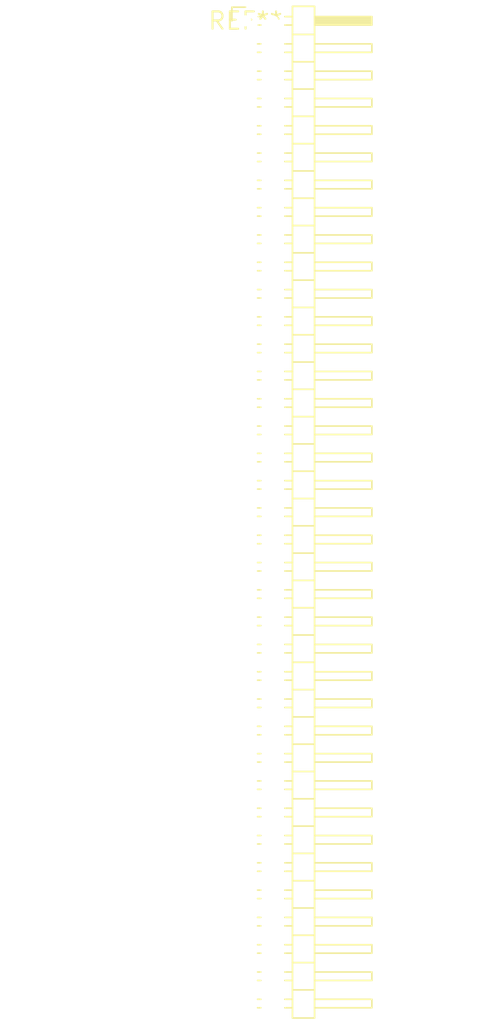
<source format=kicad_pcb>
(kicad_pcb (version 20240108) (generator pcbnew)
  (layers (0 "F.Cu" signal) (31 "B.Cu" signal) (34 "B.Paste" user) (35 "F.Paste" user) (36 "B.SilkS" user "B.Silkscreen") (37 "F.SilkS" user "F.Silkscreen") (38 "B.Mask" user) (39 "F.Mask" user) (44 "Edge.Cuts" user))
  (net 0 "")
  (footprint "PinHeader_2x37_P2.00mm_Horizontal" (layer "F.Cu") (at 0 0)
    (property "Reference" "REF**")
    (property "Value" "PinHeader_2x37_P2.00mm_Horizontal")
    (fp_line (start -1 -1) (end 0 -1) (layer "F.SilkS") (stroke (width 0.12)))
    (fp_line (start -1 0) (end -1 -1) (layer "F.SilkS") (stroke (width 0.12)))
    (fp_line (start 0.882114 1.69) (end 1.117886 1.69) (layer "F.SilkS") (stroke (width 0.12)))
    (fp_line (start 0.882114 2.31) (end 1.117886 2.31) (layer "F.SilkS") (stroke (width 0.12)))
    (fp_line (start 0.882114 3.69) (end 1.117886 3.69) (layer "F.SilkS") (stroke (width 0.12)))
    (fp_line (start 0.882114 4.31) (end 1.117886 4.31) (layer "F.SilkS") (stroke (width 0.12)))
    (fp_line (start 0.882114 5.69) (end 1.117886 5.69) (layer "F.SilkS") (stroke (width 0.12)))
    (fp_line (start 0.882114 6.31) (end 1.117886 6.31) (layer "F.SilkS") (stroke (width 0.12)))
    (fp_line (start 0.882114 7.69) (end 1.117886 7.69) (layer "F.SilkS") (stroke (width 0.12)))
    (fp_line (start 0.882114 8.31) (end 1.117886 8.31) (layer "F.SilkS") (stroke (width 0.12)))
    (fp_line (start 0.882114 9.69) (end 1.117886 9.69) (layer "F.SilkS") (stroke (width 0.12)))
    (fp_line (start 0.882114 10.31) (end 1.117886 10.31) (layer "F.SilkS") (stroke (width 0.12)))
    (fp_line (start 0.882114 11.69) (end 1.117886 11.69) (layer "F.SilkS") (stroke (width 0.12)))
    (fp_line (start 0.882114 12.31) (end 1.117886 12.31) (layer "F.SilkS") (stroke (width 0.12)))
    (fp_line (start 0.882114 13.69) (end 1.117886 13.69) (layer "F.SilkS") (stroke (width 0.12)))
    (fp_line (start 0.882114 14.31) (end 1.117886 14.31) (layer "F.SilkS") (stroke (width 0.12)))
    (fp_line (start 0.882114 15.69) (end 1.117886 15.69) (layer "F.SilkS") (stroke (width 0.12)))
    (fp_line (start 0.882114 16.31) (end 1.117886 16.31) (layer "F.SilkS") (stroke (width 0.12)))
    (fp_line (start 0.882114 17.69) (end 1.117886 17.69) (layer "F.SilkS") (stroke (width 0.12)))
    (fp_line (start 0.882114 18.31) (end 1.117886 18.31) (layer "F.SilkS") (stroke (width 0.12)))
    (fp_line (start 0.882114 19.69) (end 1.117886 19.69) (layer "F.SilkS") (stroke (width 0.12)))
    (fp_line (start 0.882114 20.31) (end 1.117886 20.31) (layer "F.SilkS") (stroke (width 0.12)))
    (fp_line (start 0.882114 21.69) (end 1.117886 21.69) (layer "F.SilkS") (stroke (width 0.12)))
    (fp_line (start 0.882114 22.31) (end 1.117886 22.31) (layer "F.SilkS") (stroke (width 0.12)))
    (fp_line (start 0.882114 23.69) (end 1.117886 23.69) (layer "F.SilkS") (stroke (width 0.12)))
    (fp_line (start 0.882114 24.31) (end 1.117886 24.31) (layer "F.SilkS") (stroke (width 0.12)))
    (fp_line (start 0.882114 25.69) (end 1.117886 25.69) (layer "F.SilkS") (stroke (width 0.12)))
    (fp_line (start 0.882114 26.31) (end 1.117886 26.31) (layer "F.SilkS") (stroke (width 0.12)))
    (fp_line (start 0.882114 27.69) (end 1.117886 27.69) (layer "F.SilkS") (stroke (width 0.12)))
    (fp_line (start 0.882114 28.31) (end 1.117886 28.31) (layer "F.SilkS") (stroke (width 0.12)))
    (fp_line (start 0.882114 29.69) (end 1.117886 29.69) (layer "F.SilkS") (stroke (width 0.12)))
    (fp_line (start 0.882114 30.31) (end 1.117886 30.31) (layer "F.SilkS") (stroke (width 0.12)))
    (fp_line (start 0.882114 31.69) (end 1.117886 31.69) (layer "F.SilkS") (stroke (width 0.12)))
    (fp_line (start 0.882114 32.31) (end 1.117886 32.31) (layer "F.SilkS") (stroke (width 0.12)))
    (fp_line (start 0.882114 33.69) (end 1.117886 33.69) (layer "F.SilkS") (stroke (width 0.12)))
    (fp_line (start 0.882114 34.31) (end 1.117886 34.31) (layer "F.SilkS") (stroke (width 0.12)))
    (fp_line (start 0.882114 35.69) (end 1.117886 35.69) (layer "F.SilkS") (stroke (width 0.12)))
    (fp_line (start 0.882114 36.31) (end 1.117886 36.31) (layer "F.SilkS") (stroke (width 0.12)))
    (fp_line (start 0.882114 37.69) (end 1.117886 37.69) (layer "F.SilkS") (stroke (width 0.12)))
    (fp_line (start 0.882114 38.31) (end 1.117886 38.31) (layer "F.SilkS") (stroke (width 0.12)))
    (fp_line (start 0.882114 39.69) (end 1.117886 39.69) (layer "F.SilkS") (stroke (width 0.12)))
    (fp_line (start 0.882114 40.31) (end 1.117886 40.31) (layer "F.SilkS") (stroke (width 0.12)))
    (fp_line (start 0.882114 41.69) (end 1.117886 41.69) (layer "F.SilkS") (stroke (width 0.12)))
    (fp_line (start 0.882114 42.31) (end 1.117886 42.31) (layer "F.SilkS") (stroke (width 0.12)))
    (fp_line (start 0.882114 43.69) (end 1.117886 43.69) (layer "F.SilkS") (stroke (width 0.12)))
    (fp_line (start 0.882114 44.31) (end 1.117886 44.31) (layer "F.SilkS") (stroke (width 0.12)))
    (fp_line (start 0.882114 45.69) (end 1.117886 45.69) (layer "F.SilkS") (stroke (width 0.12)))
    (fp_line (start 0.882114 46.31) (end 1.117886 46.31) (layer "F.SilkS") (stroke (width 0.12)))
    (fp_line (start 0.882114 47.69) (end 1.117886 47.69) (layer "F.SilkS") (stroke (width 0.12)))
    (fp_line (start 0.882114 48.31) (end 1.117886 48.31) (layer "F.SilkS") (stroke (width 0.12)))
    (fp_line (start 0.882114 49.69) (end 1.117886 49.69) (layer "F.SilkS") (stroke (width 0.12)))
    (fp_line (start 0.882114 50.31) (end 1.117886 50.31) (layer "F.SilkS") (stroke (width 0.12)))
    (fp_line (start 0.882114 51.69) (end 1.117886 51.69) (layer "F.SilkS") (stroke (width 0.12)))
    (fp_line (start 0.882114 52.31) (end 1.117886 52.31) (layer "F.SilkS") (stroke (width 0.12)))
    (fp_line (start 0.882114 53.69) (end 1.117886 53.69) (layer "F.SilkS") (stroke (width 0.12)))
    (fp_line (start 0.882114 54.31) (end 1.117886 54.31) (layer "F.SilkS") (stroke (width 0.12)))
    (fp_line (start 0.882114 55.69) (end 1.117886 55.69) (layer "F.SilkS") (stroke (width 0.12)))
    (fp_line (start 0.882114 56.31) (end 1.117886 56.31) (layer "F.SilkS") (stroke (width 0.12)))
    (fp_line (start 0.882114 57.69) (end 1.117886 57.69) (layer "F.SilkS") (stroke (width 0.12)))
    (fp_line (start 0.882114 58.31) (end 1.117886 58.31) (layer "F.SilkS") (stroke (width 0.12)))
    (fp_line (start 0.882114 59.69) (end 1.117886 59.69) (layer "F.SilkS") (stroke (width 0.12)))
    (fp_line (start 0.882114 60.31) (end 1.117886 60.31) (layer "F.SilkS") (stroke (width 0.12)))
    (fp_line (start 0.882114 61.69) (end 1.117886 61.69) (layer "F.SilkS") (stroke (width 0.12)))
    (fp_line (start 0.882114 62.31) (end 1.117886 62.31) (layer "F.SilkS") (stroke (width 0.12)))
    (fp_line (start 0.882114 63.69) (end 1.117886 63.69) (layer "F.SilkS") (stroke (width 0.12)))
    (fp_line (start 0.882114 64.31) (end 1.117886 64.31) (layer "F.SilkS") (stroke (width 0.12)))
    (fp_line (start 0.882114 65.69) (end 1.117886 65.69) (layer "F.SilkS") (stroke (width 0.12)))
    (fp_line (start 0.882114 66.31) (end 1.117886 66.31) (layer "F.SilkS") (stroke (width 0.12)))
    (fp_line (start 0.882114 67.69) (end 1.117886 67.69) (layer "F.SilkS") (stroke (width 0.12)))
    (fp_line (start 0.882114 68.31) (end 1.117886 68.31) (layer "F.SilkS") (stroke (width 0.12)))
    (fp_line (start 0.882114 69.69) (end 1.117886 69.69) (layer "F.SilkS") (stroke (width 0.12)))
    (fp_line (start 0.882114 70.31) (end 1.117886 70.31) (layer "F.SilkS") (stroke (width 0.12)))
    (fp_line (start 0.882114 71.69) (end 1.117886 71.69) (layer "F.SilkS") (stroke (width 0.12)))
    (fp_line (start 0.882114 72.31) (end 1.117886 72.31) (layer "F.SilkS") (stroke (width 0.12)))
    (fp_line (start 0.935 -0.31) (end 1.117886 -0.31) (layer "F.SilkS") (stroke (width 0.12)))
    (fp_line (start 0.935 0.31) (end 1.117886 0.31) (layer "F.SilkS") (stroke (width 0.12)))
    (fp_line (start 2.882114 -0.31) (end 3.44 -0.31) (layer "F.SilkS") (stroke (width 0.12)))
    (fp_line (start 2.882114 0.31) (end 3.44 0.31) (layer "F.SilkS") (stroke (width 0.12)))
    (fp_line (start 2.882114 1.69) (end 3.44 1.69) (layer "F.SilkS") (stroke (width 0.12)))
    (fp_line (start 2.882114 2.31) (end 3.44 2.31) (layer "F.SilkS") (stroke (width 0.12)))
    (fp_line (start 2.882114 3.69) (end 3.44 3.69) (layer "F.SilkS") (stroke (width 0.12)))
    (fp_line (start 2.882114 4.31) (end 3.44 4.31) (layer "F.SilkS") (stroke (width 0.12)))
    (fp_line (start 2.882114 5.69) (end 3.44 5.69) (layer "F.SilkS") (stroke (width 0.12)))
    (fp_line (start 2.882114 6.31) (end 3.44 6.31) (layer "F.SilkS") (stroke (width 0.12)))
    (fp_line (start 2.882114 7.69) (end 3.44 7.69) (layer "F.SilkS") (stroke (width 0.12)))
    (fp_line (start 2.882114 8.31) (end 3.44 8.31) (layer "F.SilkS") (stroke (width 0.12)))
    (fp_line (start 2.882114 9.69) (end 3.44 9.69) (layer "F.SilkS") (stroke (width 0.12)))
    (fp_line (start 2.882114 10.31) (end 3.44 10.31) (layer "F.SilkS") (stroke (width 0.12)))
    (fp_line (start 2.882114 11.69) (end 3.44 11.69) (layer "F.SilkS") (stroke (width 0.12)))
    (fp_line (start 2.882114 12.31) (end 3.44 12.31) (layer "F.SilkS") (stroke (width 0.12)))
    (fp_line (start 2.882114 13.69) (end 3.44 13.69) (layer "F.SilkS") (stroke (width 0.12)))
    (fp_line (start 2.882114 14.31) (end 3.44 14.31) (layer "F.SilkS") (stroke (width 0.12)))
    (fp_line (start 2.882114 15.69) (end 3.44 15.69) (layer "F.SilkS") (stroke (width 0.12)))
    (fp_line (start 2.882114 16.31) (end 3.44 16.31) (layer "F.SilkS") (stroke (width 0.12)))
    (fp_line (start 2.882114 17.69) (end 3.44 17.69) (layer "F.SilkS") (stroke (width 0.12)))
    (fp_line (start 2.882114 18.31) (end 3.44 18.31) (layer "F.SilkS") (stroke (width 0.12)))
    (fp_line (start 2.882114 19.69) (end 3.44 19.69) (layer "F.SilkS") (stroke (width 0.12)))
    (fp_line (start 2.882114 20.31) (end 3.44 20.31) (layer "F.SilkS") (stroke (width 0.12)))
    (fp_line (start 2.882114 21.69) (end 3.44 21.69) (layer "F.SilkS") (stroke (width 0.12)))
    (fp_line (start 2.882114 22.31) (end 3.44 22.31) (layer "F.SilkS") (stroke (width 0.12)))
    (fp_line (start 2.882114 23.69) (end 3.44 23.69) (layer "F.SilkS") (stroke (width 0.12)))
    (fp_line (start 2.882114 24.31) (end 3.44 24.31) (layer "F.SilkS") (stroke (width 0.12)))
    (fp_line (start 2.882114 25.69) (end 3.44 25.69) (layer "F.SilkS") (stroke (width 0.12)))
    (fp_line (start 2.882114 26.31) (end 3.44 26.31) (layer "F.SilkS") (stroke (width 0.12)))
    (fp_line (start 2.882114 27.69) (end 3.44 27.69) (layer "F.SilkS") (stroke (width 0.12)))
    (fp_line (start 2.882114 28.31) (end 3.44 28.31) (layer "F.SilkS") (stroke (width 0.12)))
    (fp_line (start 2.882114 29.69) (end 3.44 29.69) (layer "F.SilkS") (stroke (width 0.12)))
    (fp_line (start 2.882114 30.31) (end 3.44 30.31) (layer "F.SilkS") (stroke (width 0.12)))
    (fp_line (start 2.882114 31.69) (end 3.44 31.69) (layer "F.SilkS") (stroke (width 0.12)))
    (fp_line (start 2.882114 32.31) (end 3.44 32.31) (layer "F.SilkS") (stroke (width 0.12)))
    (fp_line (start 2.882114 33.69) (end 3.44 33.69) (layer "F.SilkS") (stroke (width 0.12)))
    (fp_line (start 2.882114 34.31) (end 3.44 34.31) (layer "F.SilkS") (stroke (width 0.12)))
    (fp_line (start 2.882114 35.69) (end 3.44 35.69) (layer "F.SilkS") (stroke (width 0.12)))
    (fp_line (start 2.882114 36.31) (end 3.44 36.31) (layer "F.SilkS") (stroke (width 0.12)))
    (fp_line (start 2.882114 37.69) (end 3.44 37.69) (layer "F.SilkS") (stroke (width 0.12)))
    (fp_line (start 2.882114 38.31) (end 3.44 38.31) (layer "F.SilkS") (stroke (width 0.12)))
    (fp_line (start 2.882114 39.69) (end 3.44 39.69) (layer "F.SilkS") (stroke (width 0.12)))
    (fp_line (start 2.882114 40.31) (end 3.44 40.31) (layer "F.SilkS") (stroke (width 0.12)))
    (fp_line (start 2.882114 41.69) (end 3.44 41.69) (layer "F.SilkS") (stroke (width 0.12)))
    (fp_line (start 2.882114 42.31) (end 3.44 42.31) (layer "F.SilkS") (stroke (width 0.12)))
    (fp_line (start 2.882114 43.69) (end 3.44 43.69) (layer "F.SilkS") (stroke (width 0.12)))
    (fp_line (start 2.882114 44.31) (end 3.44 44.31) (layer "F.SilkS") (stroke (width 0.12)))
    (fp_line (start 2.882114 45.69) (end 3.44 45.69) (layer "F.SilkS") (stroke (width 0.12)))
    (fp_line (start 2.882114 46.31) (end 3.44 46.31) (layer "F.SilkS") (stroke (width 0.12)))
    (fp_line (start 2.882114 47.69) (end 3.44 47.69) (layer "F.SilkS") (stroke (width 0.12)))
    (fp_line (start 2.882114 48.31) (end 3.44 48.31) (layer "F.SilkS") (stroke (width 0.12)))
    (fp_line (start 2.882114 49.69) (end 3.44 49.69) (layer "F.SilkS") (stroke (width 0.12)))
    (fp_line (start 2.882114 50.31) (end 3.44 50.31) (layer "F.SilkS") (stroke (width 0.12)))
    (fp_line (start 2.882114 51.69) (end 3.44 51.69) (layer "F.SilkS") (stroke (width 0.12)))
    (fp_line (start 2.882114 52.31) (end 3.44 52.31) (layer "F.SilkS") (stroke (width 0.12)))
    (fp_line (start 2.882114 53.69) (end 3.44 53.69) (layer "F.SilkS") (stroke (width 0.12)))
    (fp_line (start 2.882114 54.31) (end 3.44 54.31) (layer "F.SilkS") (stroke (width 0.12)))
    (fp_line (start 2.882114 55.69) (end 3.44 55.69) (layer "F.SilkS") (stroke (width 0.12)))
    (fp_line (start 2.882114 56.31) (end 3.44 56.31) (layer "F.SilkS") (stroke (width 0.12)))
    (fp_line (start 2.882114 57.69) (end 3.44 57.69) (layer "F.SilkS") (stroke (width 0.12)))
    (fp_line (start 2.882114 58.31) (end 3.44 58.31) (layer "F.SilkS") (stroke (width 0.12)))
    (fp_line (start 2.882114 59.69) (end 3.44 59.69) (layer "F.SilkS") (stroke (width 0.12)))
    (fp_line (start 2.882114 60.31) (end 3.44 60.31) (layer "F.SilkS") (stroke (width 0.12)))
    (fp_line (start 2.882114 61.69) (end 3.44 61.69) (layer "F.SilkS") (stroke (width 0.12)))
    (fp_line (start 2.882114 62.31) (end 3.44 62.31) (layer "F.SilkS") (stroke (width 0.12)))
    (fp_line (start 2.882114 63.69) (end 3.44 63.69) (layer "F.SilkS") (stroke (width 0.12)))
    (fp_line (start 2.882114 64.31) (end 3.44 64.31) (layer "F.SilkS") (stroke (width 0.12)))
    (fp_line (start 2.882114 65.69) (end 3.44 65.69) (layer "F.SilkS") (stroke (width 0.12)))
    (fp_line (start 2.882114 66.31) (end 3.44 66.31) (layer "F.SilkS") (stroke (width 0.12)))
    (fp_line (start 2.882114 67.69) (end 3.44 67.69) (layer "F.SilkS") (stroke (width 0.12)))
    (fp_line (start 2.882114 68.31) (end 3.44 68.31) (layer "F.SilkS") (stroke (width 0.12)))
    (fp_line (start 2.882114 69.69) (end 3.44 69.69) (layer "F.SilkS") (stroke (width 0.12)))
    (fp_line (start 2.882114 70.31) (end 3.44 70.31) (layer "F.SilkS") (stroke (width 0.12)))
    (fp_line (start 2.882114 71.69) (end 3.44 71.69) (layer "F.SilkS") (stroke (width 0.12)))
    (fp_line (start 2.882114 72.31) (end 3.44 72.31) (layer "F.SilkS") (stroke (width 0.12)))
    (fp_line (start 3.44 -1.06) (end 3.44 73.06) (layer "F.SilkS") (stroke (width 0.12)))
    (fp_line (start 3.44 1) (end 5.06 1) (layer "F.SilkS") (stroke (width 0.12)))
    (fp_line (start 3.44 3) (end 5.06 3) (layer "F.SilkS") (stroke (width 0.12)))
    (fp_line (start 3.44 5) (end 5.06 5) (layer "F.SilkS") (stroke (width 0.12)))
    (fp_line (start 3.44 7) (end 5.06 7) (layer "F.SilkS") (stroke (width 0.12)))
    (fp_line (start 3.44 9) (end 5.06 9) (layer "F.SilkS") (stroke (width 0.12)))
    (fp_line (start 3.44 11) (end 5.06 11) (layer "F.SilkS") (stroke (width 0.12)))
    (fp_line (start 3.44 13) (end 5.06 13) (layer "F.SilkS") (stroke (width 0.12)))
    (fp_line (start 3.44 15) (end 5.06 15) (layer "F.SilkS") (stroke (width 0.12)))
    (fp_line (start 3.44 17) (end 5.06 17) (layer "F.SilkS") (stroke (width 0.12)))
    (fp_line (start 3.44 19) (end 5.06 19) (layer "F.SilkS") (stroke (width 0.12)))
    (fp_line (start 3.44 21) (end 5.06 21) (layer "F.SilkS") (stroke (width 0.12)))
    (fp_line (start 3.44 23) (end 5.06 23) (layer "F.SilkS") (stroke (width 0.12)))
    (fp_line (start 3.44 25) (end 5.06 25) (layer "F.SilkS") (stroke (width 0.12)))
    (fp_line (start 3.44 27) (end 5.06 27) (layer "F.SilkS") (stroke (width 0.12)))
    (fp_line (start 3.44 29) (end 5.06 29) (layer "F.SilkS") (stroke (width 0.12)))
    (fp_line (start 3.44 31) (end 5.06 31) (layer "F.SilkS") (stroke (width 0.12)))
    (fp_line (start 3.44 33) (end 5.06 33) (layer "F.SilkS") (stroke (width 0.12)))
    (fp_line (start 3.44 35) (end 5.06 35) (layer "F.SilkS") (stroke (width 0.12)))
    (fp_line (start 3.44 37) (end 5.06 37) (layer "F.SilkS") (stroke (width 0.12)))
    (fp_line (start 3.44 39) (end 5.06 39) (layer "F.SilkS") (stroke (width 0.12)))
    (fp_line (start 3.44 41) (end 5.06 41) (layer "F.SilkS") (stroke (width 0.12)))
    (fp_line (start 3.44 43) (end 5.06 43) (layer "F.SilkS") (stroke (width 0.12)))
    (fp_line (start 3.44 45) (end 5.06 45) (layer "F.SilkS") (stroke (width 0.12)))
    (fp_line (start 3.44 47) (end 5.06 47) (layer "F.SilkS") (stroke (width 0.12)))
    (fp_line (start 3.44 49) (end 5.06 49) (layer "F.SilkS") (stroke (width 0.12)))
    (fp_line (start 3.44 51) (end 5.06 51) (layer "F.SilkS") (stroke (width 0.12)))
    (fp_line (start 3.44 53) (end 5.06 53) (layer "F.SilkS") (stroke (width 0.12)))
    (fp_line (start 3.44 55) (end 5.06 55) (layer "F.SilkS") (stroke (width 0.12)))
    (fp_line (start 3.44 57) (end 5.06 57) (layer "F.SilkS") (stroke (width 0.12)))
    (fp_line (start 3.44 59) (end 5.06 59) (layer "F.SilkS") (stroke (width 0.12)))
    (fp_line (start 3.44 61) (end 5.06 61) (layer "F.SilkS") (stroke (width 0.12)))
    (fp_line (start 3.44 63) (end 5.06 63) (layer "F.SilkS") (stroke (width 0.12)))
    (fp_line (start 3.44 65) (end 5.06 65) (layer "F.SilkS") (stroke (width 0.12)))
    (fp_line (start 3.44 67) (end 5.06 67) (layer "F.SilkS") (stroke (width 0.12)))
    (fp_line (start 3.44 69) (end 5.06 69) (layer "F.SilkS") (stroke (width 0.12)))
    (fp_line (start 3.44 71) (end 5.06 71) (layer "F.SilkS") (stroke (width 0.12)))
    (fp_line (start 3.44 73.06) (end 5.06 73.06) (layer "F.SilkS") (stroke (width 0.12)))
    (fp_line (start 5.06 -1.06) (end 3.44 -1.06) (layer "F.SilkS") (stroke (width 0.12)))
    (fp_line (start 5.06 -0.31) (end 9.26 -0.31) (layer "F.SilkS") (stroke (width 0.12)))
    (fp_line (start 5.06 -0.25) (end 9.26 -0.25) (layer "F.SilkS") (stroke (width 0.12)))
    (fp_line (start 5.06 -0.13) (end 9.26 -0.13) (layer "F.SilkS") (stroke (width 0.12)))
    (fp_line (start 5.06 -0.01) (end 9.26 -0.01) (layer "F.SilkS") (stroke (width 0.12)))
    (fp_line (start 5.06 0.11) (end 9.26 0.11) (layer "F.SilkS") (stroke (width 0.12)))
    (fp_line (start 5.06 0.23) (end 9.26 0.23) (layer "F.SilkS") (stroke (width 0.12)))
    (fp_line (start 5.06 1.69) (end 9.26 1.69) (layer "F.SilkS") (stroke (width 0.12)))
    (fp_line (start 5.06 3.69) (end 9.26 3.69) (layer "F.SilkS") (stroke (width 0.12)))
    (fp_line (start 5.06 5.69) (end 9.26 5.69) (layer "F.SilkS") (stroke (width 0.12)))
    (fp_line (start 5.06 7.69) (end 9.26 7.69) (layer "F.SilkS") (stroke (width 0.12)))
    (fp_line (start 5.06 9.69) (end 9.26 9.69) (layer "F.SilkS") (stroke (width 0.12)))
    (fp_line (start 5.06 11.69) (end 9.26 11.69) (layer "F.SilkS") (stroke (width 0.12)))
    (fp_line (start 5.06 13.69) (end 9.26 13.69) (layer "F.SilkS") (stroke (width 0.12)))
    (fp_line (start 5.06 15.69) (end 9.26 15.69) (layer "F.SilkS") (stroke (width 0.12)))
    (fp_line (start 5.06 17.69) (end 9.26 17.69) (layer "F.SilkS") (stroke (width 0.12)))
    (fp_line (start 5.06 19.69) (end 9.26 19.69) (layer "F.SilkS") (stroke (width 0.12)))
    (fp_line (start 5.06 21.69) (end 9.26 21.69) (layer "F.SilkS") (stroke (width 0.12)))
    (fp_line (start 5.06 23.69) (end 9.26 23.69) (layer "F.SilkS") (stroke (width 0.12)))
    (fp_line (start 5.06 25.69) (end 9.26 25.69) (layer "F.SilkS") (stroke (width 0.12)))
    (fp_line (start 5.06 27.69) (end 9.26 27.69) (layer "F.SilkS") (stroke (width 0.12)))
    (fp_line (start 5.06 29.69) (end 9.26 29.69) (layer "F.SilkS") (stroke (width 0.12)))
    (fp_line (start 5.06 31.69) (end 9.26 31.69) (layer "F.SilkS") (stroke (width 0.12)))
    (fp_line (start 5.06 33.69) (end 9.26 33.69) (layer "F.SilkS") (stroke (width 0.12)))
    (fp_line (start 5.06 35.69) (end 9.26 35.69) (layer "F.SilkS") (stroke (width 0.12)))
    (fp_line (start 5.06 37.69) (end 9.26 37.69) (layer "F.SilkS") (stroke (width 0.12)))
    (fp_line (start 5.06 39.69) (end 9.26 39.69) (layer "F.SilkS") (stroke (width 0.12)))
    (fp_line (start 5.06 41.69) (end 9.26 41.69) (layer "F.SilkS") (stroke (width 0.12)))
    (fp_line (start 5.06 43.69) (end 9.26 43.69) (layer "F.SilkS") (stroke (width 0.12)))
    (fp_line (start 5.06 45.69) (end 9.26 45.69) (layer "F.SilkS") (stroke (width 0.12)))
    (fp_line (start 5.06 47.69) (end 9.26 47.69) (layer "F.SilkS") (stroke (width 0.12)))
    (fp_line (start 5.06 49.69) (end 9.26 49.69) (layer "F.SilkS") (stroke (width 0.12)))
    (fp_line (start 5.06 51.69) (end 9.26 51.69) (layer "F.SilkS") (stroke (width 0.12)))
    (fp_line (start 5.06 53.69) (end 9.26 53.69) (layer "F.SilkS") (stroke (width 0.12)))
    (fp_line (start 5.06 55.69) (end 9.26 55.69) (layer "F.SilkS") (stroke (width 0.12)))
    (fp_line (start 5.06 57.69) (end 9.26 57.69) (layer "F.SilkS") (stroke (width 0.12)))
    (fp_line (start 5.06 59.69) (end 9.26 59.69) (layer "F.SilkS") (stroke (width 0.12)))
    (fp_line (start 5.06 61.69) (end 9.26 61.69) (layer "F.SilkS") (stroke (width 0.12)))
    (fp_line (start 5.06 63.69) (end 9.26 63.69) (layer "F.SilkS") (stroke (width 0.12)))
    (fp_line (start 5.06 65.69) (end 9.26 65.69) (layer "F.SilkS") (stroke (width 0.12)))
    (fp_line (start 5.06 67.69) (end 9.26 67.69) (layer "F.SilkS") (stroke (width 0.12)))
    (fp_line (start 5.06 69.69) (end 9.26 69.69) (layer "F.SilkS") (stroke (width 0.12)))
    (fp_line (start 5.06 71.69) (end 9.26 71.69) (layer "F.SilkS") (stroke (width 0.12)))
    (fp_line (start 5.06 73.06) (end 5.06 -1.06) (layer "F.SilkS") (stroke (width 0.12)))
    (fp_line (start 9.26 -0.31) (end 9.26 0.31) (layer "F.SilkS") (stroke (width 0.12)))
    (fp_line (start 9.26 0.31) (end 5.06 0.31) (layer "F.SilkS") (stroke (width 0.12)))
    (fp_line (start 9.26 1.69) (end 9.26 2.31) (layer "F.SilkS") (stroke (width 0.12)))
    (fp_line (start 9.26 2.31) (end 5.06 2.31) (layer "F.SilkS") (stroke (width 0.12)))
    (fp_line (start 9.26 3.69) (end 9.26 4.31) (layer "F.SilkS") (stroke (width 0.12)))
    (fp_line (start 9.26 4.31) (end 5.06 4.31) (layer "F.SilkS") (stroke (width 0.12)))
    (fp_line (start 9.26 5.69) (end 9.26 6.31) (layer "F.SilkS") (stroke (width 0.12)))
    (fp_line (start 9.26 6.31) (end 5.06 6.31) (layer "F.SilkS") (stroke (width 0.12)))
    (fp_line (start 9.26 7.69) (end 9.26 8.31) (layer "F.SilkS") (stroke (width 0.12)))
    (fp_line (start 9.26 8.31) (end 5.06 8.31) (layer "F.SilkS") (stroke (width 0.12)))
    (fp_line (start 9.26 9.69) (end 9.26 10.31) (layer "F.SilkS") (stroke (width 0.12)))
    (fp_line (start 9.26 10.31) (end 5.06 10.31) (layer "F.SilkS") (stroke (width 0.12)))
    (fp_line (start 9.26 11.69) (end 9.26 12.31) (layer "F.SilkS") (stroke (width 0.12)))
    (fp_line (start 9.26 12.31) (end 5.06 12.31) (layer "F.SilkS") (stroke (width 0.12)))
    (fp_line (start 9.26 13.69) (end 9.26 14.31) (layer "F.SilkS") (stroke (width 0.12)))
    (fp_line (start 9.26 14.31) (end 5.06 14.31) (layer "F.SilkS") (stroke (width 0.12)))
    (fp_line (start 9.26 15.69) (end 9.26 16.31) (layer "F.SilkS") (stroke (width 0.12)))
    (fp_line (start 9.26 16.31) (end 5.06 16.31) (layer "F.SilkS") (stroke (width 0.12)))
    (fp_line (start 9.26 17.69) (end 9.26 18.31) (layer "F.SilkS") (stroke (width 0.12)))
    (fp_line (start 9.26 18.31) (end 5.06 18.31) (layer "F.SilkS") (stroke (width 0.12)))
    (fp_line (start 9.26 19.69) (end 9.26 20.31) (layer "F.SilkS") (stroke (width 0.12)))
    (fp_line (start 9.26 20.31) (end 5.06 20.31) (layer "F.SilkS") (stroke (width 0.12)))
    (fp_line (start 9.26 21.69) (end 9.26 22.31) (layer "F.SilkS") (stroke (width 0.12)))
    (fp_line (start 9.26 22.31) (end 5.06 22.31) (layer "F.SilkS") (stroke (width 0.12)))
    (fp_line (start 9.26 23.69) (end 9.26 24.31) (layer "F.SilkS") (stroke (width 0.12)))
    (fp_line (start 9.26 24.31) (end 5.06 24.31) (layer "F.SilkS") (stroke (width 0.12)))
    (fp_line (start 9.26 25.69) (end 9.26 26.31) (layer "F.SilkS") (stroke (width 0.12)))
    (fp_line (start 9.26 26.31) (end 5.06 26.31) (layer "F.SilkS") (stroke (width 0.12)))
    (fp_line (start 9.26 27.69) (end 9.26 28.31) (layer "F.SilkS") (stroke (width 0.12)))
    (fp_line (start 9.26 28.31) (end 5.06 28.31) (layer "F.SilkS") (stroke (width 0.12)))
    (fp_line (start 9.26 29.69) (end 9.26 30.31) (layer "F.SilkS") (stroke (width 0.12)))
    (fp_line (start 9.26 30.31) (end 5.06 30.31) (layer "F.SilkS") (stroke (width 0.12)))
    (fp_line (start 9.26 31.69) (end 9.26 32.31) (layer "F.SilkS") (stroke (width 0.12)))
    (fp_line (start 9.26 32.31) (end 5.06 32.31) (layer "F.SilkS") (stroke (width 0.12)))
    (fp_line (start 9.26 33.69) (end 9.26 34.31) (layer "F.SilkS") (stroke (width 0.12)))
    (fp_line (start 9.26 34.31) (end 5.06 34.31) (layer "F.SilkS") (stroke (width 0.12)))
    (fp_line (start 9.26 35.69) (end 9.26 36.31) (layer "F.SilkS") (stroke (width 0.12)))
    (fp_line (start 9.26 36.31) (end 5.06 36.31) (layer "F.SilkS") (stroke (width 0.12)))
    (fp_line (start 9.26 37.69) (end 9.26 38.31) (layer "F.SilkS") (stroke (width 0.12)))
    (fp_line (start 9.26 38.31) (end 5.06 38.31) (layer "F.SilkS") (stroke (width 0.12)))
    (fp_line (start 9.26 39.69) (end 9.26 40.31) (layer "F.SilkS") (stroke (width 0.12)))
    (fp_line (start 9.26 40.31) (end 5.06 40.31) (layer "F.SilkS") (stroke (width 0.12)))
    (fp_line (start 9.26 41.69) (end 9.26 42.31) (layer "F.SilkS") (stroke (width 0.12)))
    (fp_line (start 9.26 42.31) (end 5.06 42.31) (layer "F.SilkS") (stroke (width 0.12)))
    (fp_line (start 9.26 43.69) (end 9.26 44.31) (layer "F.SilkS") (stroke (width 0.12)))
    (fp_line (start 9.26 44.31) (end 5.06 44.31) (layer "F.SilkS") (stroke (width 0.12)))
    (fp_line (start 9.26 45.69) (end 9.26 46.31) (layer "F.SilkS") (stroke (width 0.12)))
    (fp_line (start 9.26 46.31) (end 5.06 46.31) (layer "F.SilkS") (stroke (width 0.12)))
    (fp_line (start 9.26 47.69) (end 9.26 48.31) (layer "F.SilkS") (stroke (width 0.12)))
    (fp_line (start 9.26 48.31) (end 5.06 48.31) (layer "F.SilkS") (stroke (width 0.12)))
    (fp_line (start 9.26 49.69) (end 9.26 50.31) (layer "F.SilkS") (stroke (width 0.12)))
    (fp_line (start 9.26 50.31) (end 5.06 50.31) (layer "F.SilkS") (stroke (width 0.12)))
    (fp_line (start 9.26 51.69) (end 9.26 52.31) (layer "F.SilkS") (stroke (width 0.12)))
    (fp_line (start 9.26 52.31) (end 5.06 52.31) (layer "F.SilkS") (stroke (width 0.12)))
    (fp_line (start 9.26 53.69) (end 9.26 54.31) (layer "F.SilkS") (stroke (width 0.12)))
    (fp_line (start 9.26 54.31) (end 5.06 54.31) (layer "F.SilkS") (stroke (width 0.12)))
    (fp_line (start 9.26 55.69) (end 9.26 56.31) (layer "F.SilkS") (stroke (width 0.12)))
    (fp_line (start 9.26 56.31) (end 5.06 56.31) (layer "F.SilkS") (stroke (width 0.12)))
    (fp_line (start 9.26 57.69) (end 9.26 58.31) (layer "F.SilkS") (stroke (width 0.12)))
    (fp_line (start 9.26 58.31) (end 5.06 58.31) (layer "F.SilkS") (stroke (width 0.12)))
    (fp_line (start 9.26 59.69) (end 9.26 60.31) (layer "F.SilkS") (stroke (width 0.12)))
    (fp_line (start 9.26 60.31) (end 5.06 60.31) (layer "F.SilkS") (stroke (width 0.12)))
    (fp_line (start 9.26 61.69) (end 9.26 62.31) (layer "F.SilkS") (stroke (width 0.12)))
    (fp_line (start 9.26 62.31) (end 5.06 62.31) (layer "F.SilkS") (stroke (width 0.12)))
    (fp_line (start 9.26 63.69) (end 9.26 64.31) (layer "F.SilkS") (stroke (width 0.12)))
    (fp_line (start 9.26 64.31) (end 5.06 64.31) (layer "F.SilkS") (stroke (width 0.12)))
    (fp_line (start 9.26 65.69) (end 9.26 66.31) (layer "F.SilkS") (stroke (width 0.12)))
    (fp_line (start 9.26 66.31) (end 5.06 66.31) (layer "F.SilkS") (stroke (width 0.12)))
    (fp_line (start 9.26 67.69) (end 9.26 68.31) (layer "F.SilkS") (stroke (width 0.12)))
    (fp_line (start 9.26 68.31) (end 5.06 68.31) (layer "F.SilkS") (stroke (width 0.12)))
    (fp_line (start 9.26 69.69) (end 9.26 70.31) (layer "F.SilkS") (stroke (width 0.12)))
    (fp_line (start 9.26 70.31) (end 5.06 70.31) (layer "F.SilkS") (stroke (width 0.12)))
    (fp_line (start 9.26 71.69) (end 9.26 72.31) (layer "F.SilkS") (stroke (width 0.12)))
    (fp_line (start 9.26 72.31) (end 5.06 72.31) (layer "F.SilkS") (stroke (width 0.12)))
    (pad "1" thru_hole rect (at 0 0) (size 1.35 1.35) (drill 0.8) (layers *.Cu *.Mask) (remove_unused_layers))
    (pad "2" thru_hole oval (at 2 0) (size 1.35 1.35) (drill 0.8) (layers *.Cu *.Mask) (remove_unused_layers))
    (pad "3" thru_hole oval (at 0 2) (size 1.35 1.35) (drill 0.8) (layers *.Cu *.Mask) (remove_unused_layers))
    (pad "4" thru_hole oval (at 2 2) (size 1.35 1.35) (drill 0.8) (layers *.Cu *.Mask) (remove_unused_layers))
    (pad "5" thru_hole oval (at 0 4) (size 1.35 1.35) (drill 0.8) (layers *.Cu *.Mask) (remove_unused_layers))
    (pad "6" thru_hole oval (at 2 4) (size 1.35 1.35) (drill 0.8) (layers *.Cu *.Mask) (remove_unused_layers))
    (pad "7" thru_hole oval (at 0 6) (size 1.35 1.35) (drill 0.8) (layers *.Cu *.Mask) (remove_unused_layers))
    (pad "8" thru_hole oval (at 2 6) (size 1.35 1.35) (drill 0.8) (layers *.Cu *.Mask) (remove_unused_layers))
    (pad "9" thru_hole oval (at 0 8) (size 1.35 1.35) (drill 0.8) (layers *.Cu *.Mask) (remove_unused_layers))
    (pad "10" thru_hole oval (at 2 8) (size 1.35 1.35) (drill 0.8) (layers *.Cu *.Mask) (remove_unused_layers))
    (pad "11" thru_hole oval (at 0 10) (size 1.35 1.35) (drill 0.8) (layers *.Cu *.Mask) (remove_unused_layers))
    (pad "12" thru_hole oval (at 2 10) (size 1.35 1.35) (drill 0.8) (layers *.Cu *.Mask) (remove_unused_layers))
    (pad "13" thru_hole oval (at 0 12) (size 1.35 1.35) (drill 0.8) (layers *.Cu *.Mask) (remove_unused_layers))
    (pad "14" thru_hole oval (at 2 12) (size 1.35 1.35) (drill 0.8) (layers *.Cu *.Mask) (remove_unused_layers))
    (pad "15" thru_hole oval (at 0 14) (size 1.35 1.35) (drill 0.8) (layers *.Cu *.Mask) (remove_unused_layers))
    (pad "16" thru_hole oval (at 2 14) (size 1.35 1.35) (drill 0.8) (layers *.Cu *.Mask) (remove_unused_layers))
    (pad "17" thru_hole oval (at 0 16) (size 1.35 1.35) (drill 0.8) (layers *.Cu *.Mask) (remove_unused_layers))
    (pad "18" thru_hole oval (at 2 16) (size 1.35 1.35) (drill 0.8) (layers *.Cu *.Mask) (remove_unused_layers))
    (pad "19" thru_hole oval (at 0 18) (size 1.35 1.35) (drill 0.8) (layers *.Cu *.Mask) (remove_unused_layers))
    (pad "20" thru_hole oval (at 2 18) (size 1.35 1.35) (drill 0.8) (layers *.Cu *.Mask) (remove_unused_layers))
    (pad "21" thru_hole oval (at 0 20) (size 1.35 1.35) (drill 0.8) (layers *.Cu *.Mask) (remove_unused_layers))
    (pad "22" thru_hole oval (at 2 20) (size 1.35 1.35) (drill 0.8) (layers *.Cu *.Mask) (remove_unused_layers))
    (pad "23" thru_hole oval (at 0 22) (size 1.35 1.35) (drill 0.8) (layers *.Cu *.Mask) (remove_unused_layers))
    (pad "24" thru_hole oval (at 2 22) (size 1.35 1.35) (drill 0.8) (layers *.Cu *.Mask) (remove_unused_layers))
    (pad "25" thru_hole oval (at 0 24) (size 1.35 1.35) (drill 0.8) (layers *.Cu *.Mask) (remove_unused_layers))
    (pad "26" thru_hole oval (at 2 24) (size 1.35 1.35) (drill 0.8) (layers *.Cu *.Mask) (remove_unused_layers))
    (pad "27" thru_hole oval (at 0 26) (size 1.35 1.35) (drill 0.8) (layers *.Cu *.Mask) (remove_unused_layers))
    (pad "28" thru_hole oval (at 2 26) (size 1.35 1.35) (drill 0.8) (layers *.Cu *.Mask) (remove_unused_layers))
    (pad "29" thru_hole oval (at 0 28) (size 1.35 1.35) (drill 0.8) (layers *.Cu *.Mask) (remove_unused_layers))
    (pad "30" thru_hole oval (at 2 28) (size 1.35 1.35) (drill 0.8) (layers *.Cu *.Mask) (remove_unused_layers))
    (pad "31" thru_hole oval (at 0 30) (size 1.35 1.35) (drill 0.8) (layers *.Cu *.Mask) (remove_unused_layers))
    (pad "32" thru_hole oval (at 2 30) (size 1.35 1.35) (drill 0.8) (layers *.Cu *.Mask) (remove_unused_layers))
    (pad "33" thru_hole oval (at 0 32) (size 1.35 1.35) (drill 0.8) (layers *.Cu *.Mask) (remove_unused_layers))
    (pad "34" thru_hole oval (at 2 32) (size 1.35 1.35) (drill 0.8) (layers *.Cu *.Mask) (remove_unused_layers))
    (pad "35" thru_hole oval (at 0 34) (size 1.35 1.35) (drill 0.8) (layers *.Cu *.Mask) (remove_unused_layers))
    (pad "36" thru_hole oval (at 2 34) (size 1.35 1.35) (drill 0.8) (layers *.Cu *.Mask) (remove_unused_layers))
    (pad "37" thru_hole oval (at 0 36) (size 1.35 1.35) (drill 0.8) (layers *.Cu *.Mask) (remove_unused_layers))
    (pad "38" thru_hole oval (at 2 36) (size 1.35 1.35) (drill 0.8) (layers *.Cu *.Mask) (remove_unused_layers))
    (pad "39" thru_hole oval (at 0 38) (size 1.35 1.35) (drill 0.8) (layers *.Cu *.Mask) (remove_unused_layers))
    (pad "40" thru_hole oval (at 2 38) (size 1.35 1.35) (drill 0.8) (layers *.Cu *.Mask) (remove_unused_layers))
    (pad "41" thru_hole oval (at 0 40) (size 1.35 1.35) (drill 0.8) (layers *.Cu *.Mask) (remove_unused_layers))
    (pad "42" thru_hole oval (at 2 40) (size 1.35 1.35) (drill 0.8) (layers *.Cu *.Mask) (remove_unused_layers))
    (pad "43" thru_hole oval (at 0 42) (size 1.35 1.35) (drill 0.8) (layers *.Cu *.Mask) (remove_unused_layers))
    (pad "44" thru_hole oval (at 2 42) (size 1.35 1.35) (drill 0.8) (layers *.Cu *.Mask) (remove_unused_layers))
    (pad "45" thru_hole oval (at 0 44) (size 1.35 1.35) (drill 0.8) (layers *.Cu *.Mask) (remove_unused_layers))
    (pad "46" thru_hole oval (at 2 44) (size 1.35 1.35) (drill 0.8) (layers *.Cu *.Mask) (remove_unused_layers))
    (pad "47" thru_hole oval (at 0 46) (size 1.35 1.35) (drill 0.8) (layers *.Cu *.Mask) (remove_unused_layers))
    (pad "48" thru_hole oval (at 2 46) (size 1.35 1.35) (drill 0.8) (layers *.Cu *.Mask) (remove_unused_layers))
    (pad "49" thru_hole oval (at 0 48) (size 1.35 1.35) (drill 0.8) (layers *.Cu *.Mask) (remove_unused_layers))
    (pad "50" thru_hole oval (at 2 48) (size 1.35 1.35) (drill 0.8) (layers *.Cu *.Mask) (remove_unused_layers))
    (pad "51" thru_hole oval (at 0 50) (size 1.35 1.35) (drill 0.8) (layers *.Cu *.Mask) (remove_unused_layers))
    (pad "52" thru_hole oval (at 2 50) (size 1.35 1.35) (drill 0.8) (layers *.Cu *.Mask) (remove_unused_layers))
    (pad "53" thru_hole oval (at 0 52) (size 1.35 1.35) (drill 0.8) (layers *.Cu *.Mask) (remove_unused_layers))
    (pad "54" thru_hole oval (at 2 52) (size 1.35 1.35) (drill 0.8) (layers *.Cu *.Mask) (remove_unused_layers))
    (pad "55" thru_hole oval (at 0 54) (size 1.35 1.35) (drill 0.8) (layers *.Cu *.Mask) (remove_unused_layers))
    (pad "56" thru_hole oval (at 2 54) (size 1.35 1.35) (drill 0.8) (layers *.Cu *.Mask) (remove_unused_layers))
    (pad "57" thru_hole oval (at 0 56) (size 1.35 1.35) (drill 0.8) (layers *.Cu *.Mask) (remove_unused_layers))
    (pad "58" thru_hole oval (at 2 56) (size 1.35 1.35) (drill 0.8) (layers *.Cu *.Mask) (remove_unused_layers))
    (pad "59" thru_hole oval (at 0 58) (size 1.35 1.35) (drill 0.8) (layers *.Cu *.Mask) (remove_unused_layers))
    (pad "60" thru_hole oval (at 2 58) (size 1.35 1.35) (drill 0.8) (layers *.Cu *.Mask) (remove_unused_layers))
    (pad "61" thru_hole oval (at 0 60) (size 1.35 1.35) (drill 0.8) (layers *.Cu *.Mask) (remove_unused_layers))
    (pad "62" thru_hole oval (at 2 60) (size 1.35 1.35) (drill 0.8) (layers *.Cu *.Mask) (remove_unused_layers))
    (pad "63" thru_hole oval (at 0 62) (size 1.35 1.35) (drill 0.8) (layers *.Cu *.Mask) (remove_unused_layers))
    (pad "64" thru_hole oval (at 2 62) (size 1.35 1.35) (drill 0.8) (layers *.Cu *.Mask) (remove_unused_layers))
    (pad "65" thru_hole oval (at 0 64) (size 1.35 1.35) (drill 0.8) (layers *.Cu *.Mask) (remove_unused_layers))
    (pad "66" thru_hole oval (at 2 64) (size 1.35 1.35) (drill 0.8) (layers *.Cu *.Mask) (remove_unused_layers))
    (pad "67" thru_hole oval (at 0 66) (size 1.35 1.35) (drill 0.8) (layers *.Cu *.Mask) (remove_unused_layers))
    (pad "68" thru_hole oval (at 2 66) (size 1.35 1.35) (drill 0.8) (layers *.Cu *.Mask) (remove_unused_layers))
    (pad "69" thru_hole oval (at 0 68) (size 1.35 1.35) (drill 0.8) (layers *.Cu *.Mask) (remove_unused_layers))
    (pad "70" thru_hole oval (at 2 68) (size 1.35 1.35) (drill 0.8) (layers *.Cu *.Mask) (remove_unused_layers))
    (pad "71" thru_hole oval (at 0 70) (size 1.35 1.35) (drill 0.8) (layers *.Cu *.Mask) (remove_unused_layers))
    (pad "72" thru_hole oval (at 2 70) (size 1.35 1.35) (drill 0.8) (layers *.Cu *.Mask) (remove_unused_layers))
    (pad "73" thru_hole oval (at 0 72) (size 1.35 1.35) (drill 0.8) (layers *.Cu *.Mask) (remove_unused_layers))
    (pad "74" thru_hole oval (at 2 72) (size 1.35 1.35) (drill 0.8) (layers *.Cu *.Mask) (remove_unused_layers))
  )
)
</source>
